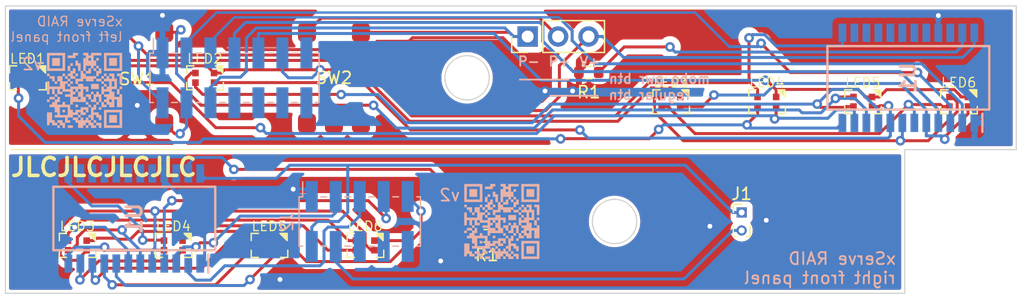
<source format=kicad_pcb>
(kicad_pcb (version 20221018) (generator pcbnew)
  (layers (0 "F.Cu" signal) (31 "B.Cu" signal) (34 "B.Paste" user) (35 "F.Paste" user) (36 "B.SilkS" user "B.Silkscreen") (37 "F.SilkS" user "F.Silkscreen") (38 "B.Mask" user) (39 "F.Mask" user) (44 "Edge.Cuts" user))
  (net 0 "")
  (net 1 "GND")
  (net 2 "/SCK_L")
  (net 3 "/SIN_L")
  (net 4 "/LAT_L")
  (net 5 "/EN_1")
  (net 6 "/EN_2")
  (net 7 "/L5_EN")
  (net 8 "+5V")
  (net 9 "/BTN_WARN")
  (net 10 "/BTN_VOLUME")
  (net 11 "/L1_EN")
  (net 12 "/L2_EN")
  (net 13 "/L3_EN")
  (net 14 "/L4_EN")
  (net 15 "/OUT_6")
  (net 16 "/OUT_7")
  (net 17 "/OUT_8")
  (net 18 "/OUT_3")
  (net 19 "/OUT_4")
  (net 20 "/OUT_5")
  (net 21 "/OUT_0")
  (net 22 "/OUT_1")
  (net 23 "/OUT_2")
  (net 24 "Net-(U1-REXT)")
  (net 25 "/OUT_9")
  (net 26 "/OUT_10")
  (net 27 "/OUT_11")
  (net 28 "/OUT_12")
  (net 29 "/OUT_13")
  (net 30 "/OUT_14")
  (net 31 "/OUT_15")
  (net 33 "/P+")
  (net 36 "/SENS_LOCK")
  (net 37 "/SCK_R")
  (net 38 "/SIN_R")
  (net 39 "/LAT_LS")
  (net 40 "/LAT_R")
  (net 41 "/SIN_LS")
  (net 42 "/R_EN")
  (net 43 "/SCK_LS")
  (footprint "footprints:LED RGB XINGLIGHT XL-2012RGBC 0805" (layer "F.Cu") (at 84.1 53.55)
    (fp_text reference "LED1")
    (fp_text value "lock")
  )
  (footprint "button:button" (layer "F.Cu") (at 111.9 50.55 -90)
    (fp_text reference "SW2")
    (fp_text value "volume button")
  )
  (footprint "Connector_PinHeader_2.54mm:PinHeader_1x03_P2.54mm_Vertical" (layer "F.Cu") (at 125.8 50.1 90)
    (fp_text reference "J1" hide)
    (fp_text value "VOL_BUTTON_MODE_SELECT" hide)
  )
  (footprint "footprints:LED RGB XINGLIGHT XL-2012RGBC 0805" (layer "F.Cu") (at 88.25 67.55)
    (fp_text reference "LED3")
    (fp_text value "lightning sign")
  )
  (footprint "footprints:LED RGB XINGLIGHT XL-2012RGBC 0805" (layer "F.Cu") (at 112.25 67.55)
    (fp_text reference "LED6")
    (fp_text value "chip sign")
  )
  (footprint "footprints:LED RGB XINGLIGHT XL-2012RGBC 0805" (layer "F.Cu") (at 145.75 55.55)
    (fp_text reference "LED4")
    (fp_text value "fan sign")
  )
  (footprint "Resistor_SMD:R_0603_1608Metric" (layer "F.Cu") (at 122.4 66.75)
    (fp_text reference "R1")
    (fp_text value "820" hide)
  )
  (footprint "button:button" (layer "F.Cu") (at 95.5 50.55 -90)
    (fp_text reference "SW1")
    (fp_text value "warn button")
  )
  (footprint "footprints:LED RGB XINGLIGHT XL-2012RGBC 0805" (layer "F.Cu") (at 137.75 55.55)
    (fp_text reference "LED3")
    (fp_text value "lightning sign")
  )
  (footprint "footprints:LED RGB XINGLIGHT XL-2012RGBC 0805" (layer "F.Cu") (at 161.75 55.55)
    (fp_text reference "LED6")
    (fp_text value "chip sign")
  )
  (footprint "Resistor_SMD:R_0603_1608Metric" (layer "F.Cu") (at 130.9 53.1)
    (fp_text reference "R1")
    (fp_text value "820" hide)
  )
  (footprint "footprints:LED RGB XINGLIGHT XL-2012RGBC 0805" (layer "F.Cu") (at 98.875 53.55)
    (fp_text reference "LED2")
    (fp_text value "warn button")
  )
  (footprint "footprints:LED RGB XINGLIGHT XL-2012RGBC 0805" (layer "F.Cu") (at 153.75 55.55)
    (fp_text reference "LED5")
    (fp_text value "temp sign")
  )
  (footprint "connector_1.50mm:PinHeader_1x02_P1.50mm_Vertical" (layer "F.Cu") (at 143.65 64.8)
    (fp_text reference "J1")
    (fp_text value "SENS_LOCK")
  )
  (footprint "footprints:LED RGB XINGLIGHT XL-2012RGBC 0805" (layer "F.Cu") (at 104.25 67.55)
    (fp_text reference "LED5")
    (fp_text value "temp sign")
  )
  (footprint "footprints:LED RGB XINGLIGHT XL-2012RGBC 0805" (layer "F.Cu") (at 96.25 67.55)
    (fp_text reference "LED4")
    (fp_text value "fan sign")
  )
  (footprint "TB62747AFG:SOP100P800X190-24N" (layer "B.Cu") (at 93 65.3 90)
    (fp_text reference "U1")
    (fp_text value "TB62747AFG,C8,EL" hide)
  )
  (footprint "Connector_PinHeader_2.00mm:PinHeader_2x07_P2.00mm_Vertical_SMD" (layer "B.Cu") (at 101.35 53.55 -90)
    (fp_text reference "J2" hide)
    (fp_text value "Conn_02x07_Top_Bottom" hide)
  )
  (footprint "qr:qr" (layer "B.Cu") (at 88.85 54.6 180)
    (fp_text reference "v2")
    (fp_text value "LOGO" hide)
  )
  (footprint "qr:qr" (layer "B.Cu") (at 123.65 65.55 180)
    (fp_text reference "v2")
    (fp_text value "LOGO" hide)
  )
  (footprint "Connector_PinHeader_2.00mm:PinHeader_2x05_P2.00mm_Vertical_SMD" (layer "B.Cu") (at 111.8 65.55 -90)
    (fp_text reference "J2")
    (fp_text value "Conn_02x05_Top_Bottom" hide)
  )
  (footprint "TB62747AFG:SOP100P800X190-24N" (layer "B.Cu") (at 157.55 53.55 90)
    (fp_text reference "U1")
    (fp_text value "TB62747AFG,C8,EL" hide)
  )
  (gr_line (start 125.15 53.7) (end 129.2 53.7) (stroke (width 0.15)) (layer "B.SilkS"))
  (gr_line (start 127.7 55.05) (end 131.65 55.05) (stroke (width 0.15)) (layer "B.SilkS"))
  (gr_line (start 82.75 59.55) (end 156.75 59.55) (stroke (width 0.1)) (layer "F.SilkS"))
  (gr_line (start 82.25 47.55) (end 166.55 47.55) (stroke (width 0.1)) (layer "Edge.Cuts"))
  (gr_line (start 82.25 47.55) (end 82.25 59.55) (stroke (width 0.1)) (layer "Edge.Cuts"))
  (gr_line (start 82.25 71.55) (end 157.25 71.55) (stroke (width 0.1)) (layer "Edge.Cuts"))
  (gr_line (start 82.25 59.55) (end 82.25 71.55) (stroke (width 0.1)) (layer "Edge.Cuts"))
  (gr_circle (center 120.75 53.55) (end 122.6 53.55) (stroke (width 0.1)) (fill none) (layer "Edge.Cuts"))
  (gr_line (start 166.55 59.55) (end 166.55 47.55) (stroke (width 0.1)) (layer "Edge.Cuts"))
  (gr_line (start 157.25 71.55) (end 157.25 59.55) (stroke (width 0.1)) (layer "Edge.Cuts"))
  (gr_circle (center 133.05 65.55) (end 134.9 65.55) (stroke (width 0.1)) (fill none) (layer "Edge.Cuts"))
  (gr_line (start 157.25 59.55) (end 166.55 59.55) (stroke (width 0.1)) (layer "Edge.Cuts"))
  (gr_text "xServe RAID\nright front panel" (at 156.6 70.85) (layer "B.SilkS") (effects (font (size 1 1)) (justify left bottom mirror)))
  (gr_text "mobo pwr btn" (at 141.1 54.1) (layer "B.SilkS") (effects (font (size 0.8 0.8) (thickness 0.15) bold) (justify left bottom mirror)))
  (gr_text "xServe RAID\nleft front panel" (at 92.1 50.6) (layer "B.SilkS") (effects (font (size 0.8 0.8) (thickness 0.1)) (justify left bottom mirror)))
  (gr_text "P-" (at 124.9 52.65) (layer "B.SilkS") (effects (font (size 0.8 0.8) (thickness 0.15) bold) (justify left bottom)))
  (gr_text "P+" (at 127.45 52.65) (layer "B.SilkS") (effects (font (size 0.8 0.8) (thickness 0.15) bold) (justify left bottom)))
  (gr_text "V+" (at 130.05 52.7) (layer "B.SilkS") (effects (font (size 0.8 0.8) (thickness 0.15) bold) (justify left bottom)))
  (gr_text "regular btn" (at 139.45 55.45) (layer "B.SilkS") (effects (font (size 0.8 0.8) (thickness 0.15) bold) (justify left bottom mirror)))
  (gr_text "JLCJLCJLCJLC" (at 82.55 61.9) (layer "F.SilkS") (effects (font (size 1.5 1.5) (thickness 0.3) bold) (justify left bottom)))
  (segment (start 130.075 53.1) (end 134.825 48.35) (width 0.25) (layer "F.Cu") (net 1))
  (segment (start 130.075 53.1) (end 129.9 53.1) (width 0.25) (layer "F.Cu") (net 1))
  (segment (start 106.25 62.85) (end 117.675 62.85) (width 0.25) (layer "F.Cu") (net 1))
  (segment (start 93.25 57.35) (end 93.25 55.85) (width 0.25) (layer "F.Cu") (net 1))
  (segment (start 130.075 53.1) (end 130.075 54.125) (width 0.25) (layer "F.Cu") (net 1))
  (segment (start 134.825 48.35) (end 160.05 48.35) (width 0.25) (layer "F.Cu") (net 1))
  (segment (start 116.2 50.2) (end 123.74038 50.2) (width 0.25) (layer "F.Cu") (net 1))
  (segment (start 115.2046 51.1954) (end 116.2 50.2) (width 0.25) (layer "F.Cu") (net 1))
  (segment (start 95.35 48.3329) (end 97.8329 48.3329) (width 0.25) (layer "F.Cu") (net 1))
  (segment (start 117.675 62.85) (end 121.575 66.75) (width 0.25) (layer "F.Cu") (net 1))
  (segment (start 100.6954 51.1954) (end 115.2046 51.1954) (width 0.25) (layer "F.Cu") (net 1))
  (segment (start 130.075 54.125) (end 129.55 54.65) (width 0.25) (layer "F.Cu") (net 1))
  (segment (start 97.8329 48.3329) (end 100.6954 51.1954) (width 0.25) (layer "F.Cu") (net 1))
  (segment (start 123.74038 50.2) (end 127.25 53.70962) (width 0.25) (layer "F.Cu") (net 1))
  (segment (start 127.25 53.70962) (end 127.25 54.65) (width 0.25) (layer "F.Cu") (net 1))
  (via (at 129.55 54.65) (size 0.8) (drill 0.4) (layers "F.Cu" "B.Cu") (net 1))
  (via (at 93.25 55.85) (size 0.8) (drill 0.4) (layers "F.Cu" "B.Cu") (net 1))
  (via (at 106.25 62.85) (size 0.8) (drill 0.4) (layers "F.Cu" "B.Cu") (net 1))
  (via (at 118.55 68.85) (size 0.8) (drill 0.4) (layers "F.Cu" "B.Cu") (net 1))
  (via (at 141 65.95) (size 0.8) (drill 0.4) (layers "F.Cu" "B.Cu") (net 1))
  (via (at 127.25 54.65) (size 0.8) (drill 0.4) (layers "F.Cu" "B.Cu") (net 1))
  (via (at 95.35 48.3329) (size 0.8) (drill 0.4) (layers "F.Cu" "B.Cu") (net 1))
  (via (at 105.15 70.4) (size 0.8) (drill 0.4) (layers "F.Cu" "B.Cu") (net 1))
  (via (at 145.7 65.45) (size 0.8) (drill 0.4) (layers "F.Cu" "B.Cu") (net 1))
  (via (at 160.05 48.35) (size 0.8) (drill 0.4) (layers "F.Cu" "B.Cu") (net 1))
  (segment (start 98.8674 63.1603) (end 96.57518 63.1603) (width 0.25) (layer "B.Cu") (net 1))
  (segment (start 98.8674 63.1603) (end 98.8674 68.6946) (width 0.25) (layer "B.Cu") (net 1))
  (segment (start 164.2 48.85) (end 163.7 48.35) (width 0.25) (layer "B.Cu") (net 1))
  (segment (start 101.325 62.825) (end 102.7 62.825) (width 0.25) (layer "B.Cu") (net 1))
  (segment (start 93.25 55.85) (end 92.45 55.05) (width 0.25) (layer "B.Cu") (net 1))
  (segment (start 98.8674 63.1603) (end 99.2027 62.825) (width 0.25) (layer "B.Cu") (net 1))
  (segment (start 106.275 62.825) (end 107.16 62.825) (width 0.25) (layer "B.Cu") (net 1))
  (segment (start 102.7 62.825) (end 106.225 62.825) (width 0.25) (layer "B.Cu") (net 1))
  (segment (start 101.275 62.825) (end 101.3 62.85) (width 0.25) (layer "B.Cu") (net 1))
  (segment (start 164.2 56.162) (end 164.2 48.85) (width 0.25) (layer "B.Cu") (net 1))
  (segment (start 95.35 51.465) (end 95.35 48.3329) (width 0.25) (layer "B.Cu") (net 1))
  (segment (start 160.05 49.788) (end 160.05 48.35) (width 0.25) (layer "B.Cu") (net 1))
  (segment (start 101.3 62.85) (end 101.325 62.825) (width 0.25) (layer "B.Cu") (net 1))
  (segment (start 127.25 54.65) (end 129.55 54.65) (width 0.25) (layer "B.Cu") (net 1))
  (segment (start 106.225 62.825) (end 106.25 62.85) (width 0.25) (layer "B.Cu") (net 1))
  (segment (start 107.16 62.825) (end 107.8 63.465) (width 0.25) (layer "B.Cu") (net 1))
  (segment (start 92.45 50.25) (end 94.3671 48.3329) (width 0.25) (layer "B.Cu") (net 1))
  (segment (start 163.7 48.35) (end 160.05 48.35) (width 0.25) (layer "B.Cu") (net 1))
  (segment (start 98.8674 68.6946) (end 98.5 69.062) (width 0.25) (layer "B.Cu") (net 1))
  (segment (start 95.5 62.08512) (end 95.5 61.538) (width 0.25) (layer "B.Cu") (net 1))
  (segment (start 163.05 57.312) (end 164.2 56.162) (width 0.25) (layer "B.Cu") (net 1))
  (segment (start 92.45 55.05) (end 92.45 50.25) (width 0.25) (layer "B.Cu") (net 1))
  (segment (start 106.25 62.85) (end 106.275 62.825) (width 0.25) (layer "B.Cu") (net 1))
  (segment (start 94.3671 48.3329) (end 95.35 48.3329) (width 0.25) (layer "B.Cu") (net 1))
  (segment (start 96.57518 63.1603) (end 95.5 62.08512) (width 0.25) (layer "B.Cu") (net 1))
  (segment (start 99.2027 62.825) (end 101.275 62.825) (width 0.25) (layer "B.Cu") (net 1))
  (segment (start 145.2668 50.6704) (end 147.7028 53.1064) (width 0.25) (layer "F.Cu") (net 2))
  (segment (start 147.7028 53.1064) (end 158.3077 53.1064) (width 0.25) (layer "F.Cu") (net 2))
  (via (at 145.2668 50.6704) (size 0.8) (drill 0.4) (layers "F.Cu" "B.Cu") (net 2))
  (via (at 158.3077 53.1064) (size 0.8) (drill 0.4) (layers "F.Cu" "B.Cu") (net 2))
  (segment (start 144.9917 50.9455) (end 142.6113 50.9455) (width 0.25) (layer "B.Cu") (net 2))
  (segment (start 161.05 57.312) (end 161.05 55.8487) (width 0.25) (layer "B.Cu") (net 2))
  (segment (start 145.2668 50.6704) (end 144.9917 50.9455) (width 0.25) (layer "B.Cu") (net 2))
  (segment (start 99.8519 48.0981) (end 139.7639 48.0981) (width 0.2) (layer "B.Cu") (net 2))
  (segment (start 97.35 51.465) (end 97.35 50.6) (width 0.2) (layer "B.Cu") (net 2))
  (segment (start 97.35 50.6) (end 99.8519 48.0981) (width 0.2) (layer "B.Cu") (net 2))
  (segment (start 161.05 55.8487) (end 158.3077 53.1064) (width 0.25) (layer "B.Cu") (net 2))
  (segment (start 97.35 51.1965) (end 97.35 51.465) (width 0.25) (layer "B.Cu") (net 2))
  (segment (start 139.7639 48.0981) (end 142.6113 50.9455) (width 0.2) (layer "B.Cu") (net 2))
  (segment (start 131.4565 52.3793) (end 129.5169 50.4397) (width 0.25) (layer "B.Cu") (net 3))
  (segment (start 101.3519 48.4981) (end 128.4025 48.4981) (width 0.2) (layer "B.Cu") (net 3))
  (segment (start 162.05 55.7632) (end 158.6661 52.3793) (width 0.25) (layer "B.Cu") (net 3))
  (segment (start 129.5169 49.6125) (end 128.5772 48.6728) (width 0.25) (layer "B.Cu") (net 3))
  (segment (start 162.05 56.2226) (end 162.05 55.7632) (width 0.25) (layer "B.Cu") (net 3))
  (segment (start 99.35 51.465) (end 99.35 50.5) (width 0.2) (layer "B.Cu") (net 3))
  (segment (start 162.05 57.312) (end 162.05 56.2226) (width 0.25) (layer "B.Cu") (net 3))
  (segment (start 158.6661 52.3793) (end 131.4565 52.3793) (width 0.25) (layer "B.Cu") (net 3))
  (segment (start 99.35 50.5) (end 101.3519 48.4981) (width 0.2) (layer "B.Cu") (net 3))
  (segment (start 129.5169 50.4397) (end 129.5169 49.6125) (width 0.25) (layer "B.Cu") (net 3))
  (segment (start 128.4025 48.4981) (end 128.5772 48.6728) (width 0.2) (layer "B.Cu") (net 3))
  (segment (start 160.05 57.312) (end 160.05 56.2226) (width 0.25) (layer "B.Cu") (net 4))
  (segment (start 129.6028 53.0318) (end 127.07 50.499) (width 0.25) (layer "B.Cu") (net 4))
  (segment (start 102.275 48.9231) (end 101.35 49.8481) (width 0.25) (layer "B.Cu") (net 4))
  (segment (start 160.05 56.2226) (end 156.8592 53.0318) (width 0.25) (layer "B.Cu") (net 4))
  (segment (start 127.07 50.499) (end 127.07 49.1635) (width 0.25) (layer "B.Cu") (net 4))
  (segment (start 126.8296 48.9231) (end 102.275 48.9231) (width 0.25) (layer "B.Cu") (net 4))
  (segment (start 156.8592 53.0318) (end 129.6028 53.0318) (width 0.25) (layer "B.Cu") (net 4))
  (segment (start 101.35 51.465) (end 101.35 49.8481) (width 0.25) (layer "B.Cu") (net 4))
  (segment (start 127.07 49.1635) (end 126.8296 48.9231) (width 0.25) (layer "B.Cu") (net 4))
  (segment (start 146.553 54.5201) (end 146.525 54.5481) (width 0.25) (layer "F.Cu") (net 5))
  (segment (start 162.525 55.15) (end 161.9231 55.15) (width 0.25) (layer "F.Cu") (net 5))
  (segment (start 146.525 54.5481) (end 145.7356 53.7587) (width 0.25) (layer "F.Cu") (net 5))
  (segment (start 154.525 55.15) (end 153.9231 55.15) (width 0.25) (layer "F.Cu") (net 5))
  (segment (start 146.525 55.15) (end 146.525 54.5481) (width 0.25) (layer "F.Cu") (net 5))
  (segment (start 161.9231 55.0748) (end 161.3859 54.5376) (width 0.25) (layer "F.Cu") (net 5))
  (segment (start 153.9231 55.15) (end 153.9231 55.0748) (width 0.25) (layer "F.Cu") (net 5))
  (segment (start 145.7356 53.7587) (end 145.6282 53.7587) (width 0.25) (layer "F.Cu") (net 5))
  (segment (start 161.3859 54.5376) (end 155.7393 54.5376) (width 0.25) (layer "F.Cu") (net 5))
  (segment (start 154.525 55.15) (end 155.1269 55.15) (width 0.25) (layer "F.Cu") (net 5))
  (segment (start 161.9231 55.15) (end 161.9231 55.0748) (width 0.25) (layer "F.Cu") (net 5))
  (segment (start 155.7393 54.5376) (end 155.1269 55.15) (width 0.25) (layer "F.Cu") (net 5))
  (segment (start 153.3684 54.5201) (end 146.553 54.5201) (width 0.25) (layer "F.Cu") (net 5))
  (segment (start 153.9231 55.0748) (end 153.3684 54.5201) (width 0.25) (layer "F.Cu") (net 5))
  (via (at 145.6282 53.7587) (size 0.8) (drill 0.4) (layers "F.Cu" "B.Cu") (net 5))
  (segment (start 126.9087 53.7587) (end 128.2 53.7587) (width 0.25) (layer "B.Cu") (net 5))
  (segment (start 103.35 49.8481) (end 122.9981 49.8481) (width 0.25) (layer "B.Cu") (net 5))
  (segment (start 103.35 51.465) (end 103.35 49.8481) (width 0.25) (layer "B.Cu") (net 5))
  (segment (start 128.2 53.7587) (end 145.6282 53.7587) (width 0.25) (layer "B.Cu") (net 5))
  (segment (start 122.9981 49.8481) (end 126.9087 53.7587) (width 0.25) (layer "B.Cu") (net 5))
  (segment (start 115.942301 57.1806) (end 111.640201 52.8785) (width 0.25) (layer "F.Cu") (net 6))
  (segment (start 138.525 55.15) (end 137.778 54.403) (width 0.25) (layer "F.Cu") (net 6))
  (segment (start 86.0815 52.5454) (end 85.4769 53.15) (width 0.25) (layer "F.Cu") (net 6))
  (segment (start 85.4769 53.15) (end 84.875 53.15) (width 0.25) (layer "F.Cu") (net 6))
  (segment (start 99.65 53.15) (end 99.0454 52.5454) (width 0.25) (layer "F.Cu") (net 6))
  (segment (start 136.097 54.403) (end 133.3194 57.1806) (width 0.25) (layer "F.Cu") (net 6))
  (segment (start 99.65 53.15) (end 100.2519 53.15) (width 0.25) (layer "F.Cu") (net 6))
  (segment (start 100.5234 52.8785) (end 108.4943 52.8785) (width 0.25) (layer "F.Cu") (net 6))
  (segment (start 100.2519 53.15) (end 100.5234 52.8785) (width 0.25) (layer "F.Cu") (net 6))
  (segment (start 99.0454 52.5454) (end 86.0815 52.5454) (width 0.25) (layer "F.Cu") (net 6))
  (segment (start 133.3194 57.1806) (end 115.942301 57.1806) (width 0.25) (layer "F.Cu") (net 6))
  (segment (start 137.778 54.403) (end 136.097 54.403) (width 0.25) (layer "F.Cu") (net 6))
  (segment (start 111.640201 52.8785) (end 108.4943 52.8785) (width 0.25) (layer "F.Cu") (net 6))
  (via (at 108.4943 52.8785) (size 0.8) (drill 0.4) (layers "F.Cu" "B.Cu") (net 6))
  (segment (start 105.35 53.05) (end 105.85 53.55) (width 0.25) (layer "B.Cu") (net 6))
  (segment (start 105.35 51.465) (end 105.35 53.05) (width 0.25) (layer "B.Cu") (net 6))
  (segment (start 105.85 53.55) (end 107.8228 53.55) (width 0.25) (layer "B.Cu") (net 6))
  (segment (start 107.8228 53.55) (end 108.4943 52.8785) (width 0.25) (layer "B.Cu") (net 6))
  (segment (start 94.0954 51.6454) (end 93.35 50.9) (width 0.25) (layer "F.Cu") (net 8))
  (segment (start 128.45 55.1306) (end 127.3 56.2806) (width 0.25) (layer "F.Cu") (net 8))
  (segment (start 116.315093 56.2806) (end 111.679893 51.6454) (width 0.25) (layer "F.Cu") (net 8))
  (segment (start 111.679893 51.6454) (end 94.0954 51.6454) (width 0.25) (layer "F.Cu") (net 8))
  (segment (start 91 49.75) (end 92.2 49.75) (width 0.25) (layer "F.Cu") (net 8))
  (segment (start 127.3 56.2806) (end 116.315093 56.2806) (width 0.25) (layer "F.Cu") (net 8))
  (segment (start 130.88 50.1) (end 128.45 52.53) (width 0.25) (layer "F.Cu") (net 8))
  (segment (start 128.45 52.53) (end 128.45 55.1306) (width 0.25) (layer "F.Cu") (net 8))
  (segment (start 92.2 49.75) (end 93.35 50.9) (width 0.25) (layer "F.Cu") (net 8))
  (via (at 93.35 50.9) (size 0.8) (drill 0.4) (layers "F.Cu" "B.Cu") (net 8))
  (segment (start 138.9481 60.85) (end 142.8981 64.8) (width 0.25) (layer "B.Cu") (net 8))
  (segment (start 110.8 60.85) (end 138.9481 60.85) (width 0.25) (layer "B.Cu") (net 8))
  (segment (start 98.5 61.538) (end 98.912 61.95) (width 0.25) (layer "B.Cu") (net 8))
  (segment (start 162.0763 51.8511) (end 133.808 51.8511) (width 0.25) (layer "B.Cu") (net 8))
  (segment (start 133.808 51.8511) (end 132.0569 50.1) (width 0.25) (layer "B.Cu") (net 8))
  (segment (start 142.8981 64.8) (end 143.65 64.8) (width 0.25) (layer "B.Cu") (net 8))
  (segment (start 163.05 50.8774) (end 162.0763 51.8511) (width 0.25) (layer "B.Cu") (net 8))
  (segment (start 104.85 61.95) (end 105.95 60.85) (width 0.25) (layer "B.Cu") (net 8))
  (segment (start 130.88 50.1) (end 132.0569 50.1) (width 0.25) (layer "B.Cu") (net 8))
  (segment (start 163.05 49.788) (end 163.05 50.8774) (width 0.25) (layer "B.Cu") (net 8))
  (segment (start 98.912 61.95) (end 104.85 61.95) (width 0.25) (layer "B.Cu") (net 8))
  (segment (start 105.95 60.85) (end 110.8 60.85) (width 0.25) (layer "B.Cu") (net 8))
  (segment (start 95.35 55.635) (end 93.35 53.635) (width 0.25) (layer "B.Cu") (net 8))
  (segment (start 107.8 67.635) (end 107.8 66.0181) (width 0.25) (layer "B.Cu") (net 8))
  (segment (start 93.35 53.635) (end 93.35 50.9) (width 0.25) (layer "B.Cu") (net 8))
  (segment (start 107.8 66.0181) (end 108.2687 65.5494) (width 0.25) (layer "B.Cu") (net 8))
  (segment (start 110.8 64.7894) (end 110.8 60.85) (width 0.25) (layer "B.Cu") (net 8))
  (segment (start 108.2687 65.5494) (end 110.04 65.5494) (width 0.25) (layer "B.Cu") (net 8))
  (segment (start 110.04 65.5494) (end 110.8 64.7894) (width 0.25) (layer "B.Cu") (net 8))
  (segment (start 96.3761 58.2261) (end 96.8136 58.2261) (width 0.25) (layer "F.Cu") (net 9))
  (segment (start 96.6722 49.75) (end 96.8827 49.5395) (width 0.25) (layer "F.Cu") (net 9))
  (segment (start 95.5 57.35) (end 96.3761 58.2261) (width 0.25) (layer "F.Cu") (net 9))
  (segment (start 95.5 49.75) (end 96.6722 49.75) (width 0.25) (layer "F.Cu") (net 9))
  (via (at 96.8827 49.5395) (size 0.8) (drill 0.4) (layers "F.Cu" "B.Cu") (net 9))
  (via (at 96.8136 58.2261) (size 0.8) (drill 0.4) (layers "F.Cu" "B.Cu") (net 9))
  (segment (start 97.35 57.6897) (end 96.8136 58.2261) (width 0.25) (layer "B.Cu") (net 9))
  (segment (start 96.5231 49.8991) (end 96.5231 53.1912) (width 0.25) (layer "B.Cu") (net 9))
  (segment (start 97.35 55.635) (end 97.35 57.6897) (width 0.25) (layer "B.Cu") (net 9))
  (segment (start 96.5231 53.1912) (end 97.35 54.0181) (width 0.25) (layer "B.Cu") (net 9))
  (segment (start 96.8827 49.5395) (end 96.5231 49.8991) (width 0.25) (layer "B.Cu") (net 9))
  (segment (start 97.35 55.635) (end 97.35 54.0181) (width 0.25) (layer "B.Cu") (net 9))
  (segment (start 125.8 50.1) (end 124.6231 50.1) (width 0.25) (layer "F.Cu") (net 10))
  (segment (start 111.9 49.75) (end 124.2731 49.75) (width 0.25) (layer "F.Cu") (net 10))
  (segment (start 124.2731 49.75) (end 124.6231 50.1) (width 0.25) (layer "F.Cu") (net 10))
  (segment (start 124.6231 50.1) (end 123.908 49.3849) (width 0.25) (layer "B.Cu") (net 10))
  (segment (start 103.1704 49.3849) (end 102.3485 50.2068) (width 0.25) (layer "B.Cu") (net 10))
  (segment (start 125.8 50.1) (end 124.6231 50.1) (width 0.25) (layer "B.Cu") (net 10))
  (segment (start 102.3485 53.0015) (end 101.85 53.5) (width 0.25) (layer "B.Cu") (net 10))
  (segment (start 102.3485 50.2068) (end 102.3485 53.0015) (width 0.25) (layer "B.Cu") (net 10))
  (segment (start 101.85 53.5) (end 100.195 53.5) (width 0.25) (layer "B.Cu") (net 10))
  (segment (start 123.908 49.3849) (end 103.1704 49.3849) (width 0.25) (layer "B.Cu") (net 10))
  (segment (start 100.195 53.5) (end 99.35 54.345) (width 0.25) (layer "B.Cu") (net 10))
  (segment (start 99.35 54.345) (end 99.35 55.635) (width 0.25) (layer "B.Cu") (net 10))
  (segment (start 90.0435 68.85) (end 96.125 68.85) (width 0.25) (layer "F.Cu") (net 15))
  (segment (start 146.525 55.95) (end 146.525 56.8544) (width 0.25) (layer "F.Cu") (net 15))
  (segment (start 96.0338 53.95) (end 84.875 53.95) (width 0.25) (layer "F.Cu") (net 15))
  (segment (start 96.125 68.85) (end 97.025 67.95) (width 0.25) (layer "F.Cu") (net 15))
  (segment (start 146.525 56.8544) (end 146.3993 56.9801) (width 0.25) (layer "F.Cu") (net 15))
  (segment (start 103.523 57.7162) (end 99.8 57.7162) (width 0.25) (layer "F.Cu") (net 15))
  (segment (start 99.8 57.7162) (end 96.0338 53.95) (width 0.25) (layer "F.Cu") (net 15))
  (segment (start 88.4661 70.4274) (end 90.0435 68.85) (width 0.25) (layer "F.Cu") (net 15))
  (via (at 146.3993 56.9801) (size 0.8) (drill 0.4) (layers "F.Cu" "B.Cu") (net 15))
  (via (at 88.4661 70.4274) (size 0.8) (drill 0.4) (layers "F.Cu" "B.Cu") (net 15))
  (via (at 103.523 57.7162) (size 0.8) (drill 0.4) (layers "F.Cu" "B.Cu") (net 15))
  (segment (start 146.3993 56.9268) (end 146.1939 56.7214) (width 0.25) (layer "B.Cu") (net 15))
  (segment (start 151.5439 56.2226) (end 150.8397 56.9268) (width 0.25) (layer "B.Cu") (net 15))
  (segment (start 153.05 56.2226) (end 151.5439 56.2226) (width 0.25) (layer "B.Cu") (net 15))
  (segment (start 88.5 69.062) (end 88.5 70.1514) (width 0.25) (layer "B.Cu") (net 15))
  (segment (start 150.8397 56.9268) (end 146.3993 56.9268) (width 0.25) (layer "B.Cu") (net 15))
  (segment (start 88.4661 70.1853) (end 88.4661 70.4274) (width 0.25) (layer "B.Cu") (net 15))
  (segment (start 146.3993 56.9268) (end 146.3993 56.9801) (width 0.25) (layer "B.Cu") (net 15))
  (segment (start 153.05 57.312) (end 153.05 56.2226) (width 0.25) (layer "B.Cu") (net 15))
  (segment (start 146.1939 56.7214) (end 128.0286 56.7214) (width 0.25) (layer "B.Cu") (net 15))
  (segment (start 104.0068 58.2) (end 103.523 57.7162) (width 0.25) (layer "B.Cu") (net 15))
  (segment (start 128.0286 56.7214) (end 126.55 58.2) (width 0.25) (layer "B.Cu") (net 15))
  (segment (start 88.5 70.1514) (end 88.4661 70.1853) (width 0.25) (layer "B.Cu") (net 15))
  (segment (start 126.55 58.2) (end 104.0068 58.2) (width 0.25) (layer "B.Cu") (net 15))
  (segment (start 144.975 55.95) (end 144.975 56.5519) (width 0.25) (layer "F.Cu") (net 16))
  (segment (start 144.975 56.5519) (end 144.0953 57.4316) (width 0.25) (layer "F.Cu") (net 16))
  (segment (start 128.5675 58.6325) (end 135.9558 58.6325) (width 0.25) (layer "F.Cu") (net 16))
  (segment (start 128.55 58.65) (end 128.5675 58.6325) (width 0.25) (layer "F.Cu") (net 16))
  (segment (start 83.325 53.95) (end 83.325 55.225) (width 0.25) (layer "F.Cu") (net 16))
  (segment (start 128.5325 58.6325) (end 128.55 58.65) (width 0.25) (layer "F.Cu") (net 16))
  (segment (start 95.475 67.95) (end 94.8731 67.95) (width 0.25) (layer "F.Cu") (net 16))
  (segment (start 83.325 55.225) (end 83.35 55.25) (width 0.25) (layer "F.Cu") (net 16))
  (segment (start 94.8731 67.95) (end 90.7774 67.95) (width 0.25) (layer "F.Cu") (net 16))
  (segment (start 144.0953 57.4316) (end 144.0953 57.4797) (width 0.25) (layer "F.Cu") (net 16))
  (segment (start 90.7774 67.95) (end 90.524 67.6966) (width 0.25) (layer "F.Cu") (net 16))
  (segment (start 135.9558 58.6325) (end 136.7285 57.8598) (width 0.25) (layer "F.Cu") (net 16))
  (via (at 83.35 55.25) (size 0.8) (drill 0.4) (layers "F.Cu" "B.Cu") (net 16))
  (via (at 144.0953 57.4797) (size 0.8) (drill 0.4) (layers "F.Cu" "B.Cu") (net 16))
  (via (at 90.524 67.6966) (size 0.8) (drill 0.4) (layers "F.Cu" "B.Cu") (net 16))
  (via (at 128.55 58.65) (size 0.8) (drill 0.4) (layers "F.Cu" "B.Cu") (net 16))
  (via (at 136.7285 57.8598) (size 0.8) (drill 0.4) (layers "F.Cu" "B.Cu") (net 16))
  (segment (start 144.0953 57.4829) (end 144.0953 57.4797) (width 0.25) (layer "B.Cu") (net 16))
  (segment (start 98.75 58.65) (end 98.4489 58.9511) (width 0.25) (layer "B.Cu") (net 16))
  (segment (start 144.3601 57.7477) (end 151.6143 57.7477) (width 0.25) (layer "B.Cu") (net 16))
  (segment (start 137.1054 57.4829) (end 144.0953 57.4829) (width 0.25) (layer "B.Cu") (net 16))
  (segment (start 88.1029 67.6966) (end 87.5 68.2995) (width 0.25) (layer "B.Cu") (net 16))
  (segment (start 90.524 67.6966) (end 88.1029 67.6966) (width 0.25) (layer "B.Cu") (net 16))
  (segment (start 83.35 56.75) (end 83.35 55.25) (width 0.25) (layer "B.Cu") (net 16))
  (segment (start 128.55 58.65) (end 98.75 58.65) (width 0.25) (layer "B.Cu") (net 16))
  (segment (start 85.5511 58.9511) (end 83.35 56.75) (width 0.25) (layer "B.Cu") (net 16))
  (segment (start 136.7285 57.8598) (end 137.1054 57.4829) (width 0.25) (layer "B.Cu") (net 16))
  (segment (start 151.6143 57.7477) (end 152.05 57.312) (width 0.25) (layer "B.Cu") (net 16))
  (segment (start 87.5 68.2995) (end 87.5 69.062) (width 0.25) (layer "B.Cu") (net 16))
  (segment (start 144.0953 57.4829) (end 144.3601 57.7477) (width 0.25) (layer "B.Cu") (net 16))
  (segment (start 98.4489 58.9511) (end 85.5511 58.9511) (width 0.25) (layer "B.Cu") (net 16))
  (segment (start 111.493497 52.0954) (end 111.924048 52.525952) (width 0.25) (layer "F.Cu") (net 17))
  (segment (start 116.128697 56.7306) (end 133.133004 56.7306) (width 0.25) (layer "F.Cu") (net 17))
  (segment (start 133.133004 56.7306) (end 135.910604 53.953) (width 0.25) (layer "F.Cu") (net 17))
  (segment (start 84.3796 52.0954) (end 111.493497 52.0954) (width 0.25) (layer "F.Cu") (net 17))
  (segment (start 144.2648 53.8379) (end 144.2648 50.2185) (width 0.25) (layer "F.Cu") (net 17))
  (segment (start 135.910604 53.953) (end 144.1497 53.953) (width 0.25) (layer "F.Cu") (net 17))
  (segment (start 83.325 53.15) (end 84.3796 52.0954) (width 0.25) (layer "F.Cu") (net 17))
  (segment (start 111.924048 52.525952) (end 116.128697 56.7306) (width 0.25) (layer "F.Cu") (net 17))
  (segment (start 144.975 55.15) (end 144.975 54.5481) (width 0.25) (layer "F.Cu") (net 17))
  (segment (start 95.433 67.108) (end 95.475 67.15) (width 0.25) (layer "F.Cu") (net 17))
  (segment (start 144.975 54.5481) (end 144.2648 53.8379) (width 0.25) (layer "F.Cu") (net 17))
  (segment (start 144.1497 53.953) (end 144.2648 53.8379) (width 0.25) (layer "F.Cu") (net 17))
  (segment (start 93.6981 67.108) (end 95.433 67.108) (width 0.25) (layer "F.Cu") (net 17))
  (via (at 144.2648 50.2185) (size 0.8) (drill 0.4) (layers "F.Cu" "B.Cu") (net 17))
  (via (at 93.6981 67.108) (size 0.8) (drill 0.4) (layers "F.Cu" "B.Cu") (net 17))
  (segment (start 145.5679 49.9435) (end 144.5398 49.9435) (width 0.25) (layer "B.Cu") (net 17))
  (segment (start 89.4495 64.25) (end 87.5 62.3005) (width 0.25) (layer "B.Cu") (net 17))
  (segment (start 146.5018 50.8774) (end 145.5679 49.9435) (width 0.25) (layer "B.Cu") (net 17))
  (segment (start 91.65 64.25) (end 89.4495 64.25) (width 0.25) (layer "B.Cu") (net 17))
  (segment (start 93.6981 66.2981) (end 91.65 64.25) (width 0.25) (layer "B.Cu") (net 17))
  (segment (start 87.5 62.3005) (end 87.5 61.538) (width 0.25) (layer "B.Cu") (net 17))
  (segment (start 152.05 49.788) (end 152.05 50.8774) (width 0.25) (layer "B.Cu") (net 17))
  (segment (start 152.05 50.8774) (end 146.5018 50.8774) (width 0.25) (layer "B.Cu") (net 17))
  (segment (start 93.6981 67.108) (end 93.6981 66.2981) (width 0.25) (layer "B.Cu") (net 17))
  (segment (start 144.5398 49.9435) (end 144.2648 50.2185) (width 0.25) (layer "B.Cu") (net 17))
  (segment (start 116.030905 57.9056) (end 130.1561 57.9056) (width 0.25) (layer "F.Cu") (net 18))
  (segment (start 105.025 67.95) (end 105.025 68.025) (width 0.25) (layer "F.Cu") (net 18))
  (segment (start 154.525 55.95) (end 155.1269 55.95) (width 0.25) (layer "F.Cu") (net 18))
  (segment (start 105.025 68.025) (end 102.65 70.4) (width 0.25) (layer "F.Cu") (net 18))
  (segment (start 99.65 53.95) (end 112.075305 53.95) (width 0.25) (layer "F.Cu") (net 18))
  (segment (start 155.1955 55.8814) (end 155.8949 55.8814) (width 0.25) (layer "F.Cu") (net 18))
  (segment (start 112.075305 53.95) (end 116.030905 57.9056) (width 0.25) (layer "F.Cu") (net 18))
  (segment (start 155.1269 55.95) (end 155.1955 55.8814) (width 0.25) (layer "F.Cu") (net 18))
  (via (at 130.1561 57.9056) (size 0.8) (drill 0.4) (layers "F.Cu" "B.Cu") (net 18))
  (via (at 155.8949 55.8814) (size 0.8) (drill 0.4) (layers "F.Cu" "B.Cu") (net 18))
  (via (at 102.65 70.4) (size 0.8) (drill 0.4) (layers "F.Cu" "B.Cu") (net 18))
  (segment (start 130.8373 58.5868) (end 155.8646 58.5868) (width 0.25) (layer "B.Cu") (net 18))
  (segment (start 155.8949 56.0675) (end 155.8949 55.8814) (width 0.25) (layer "B.Cu") (net 18))
  (segment (start 156.05 56.7673) (end 156.05 56.2226) (width 0.25) (layer "B.Cu") (net 18))
  (segment (start 156.05 56.2226) (end 155.8949 56.0675) (width 0.25) (layer "B.Cu") (net 18))
  (segment (start 155.8646 58.5868) (end 156.05 58.4014) (width 0.25) (layer "B.Cu") (net 18))
  (segment (start 91.5 70.1514) (end 91.5 69.062) (width 0.25) (layer "B.Cu") (net 18))
  (segment (start 156.05 56.7673) (end 156.05 57.312) (width 0.25) (layer "B.Cu") (net 18))
  (segment (start 156.05 57.312) (end 156.05 58.4014) (width 0.25) (layer "B.Cu") (net 18))
  (segment (start 92.2486 70.9) (end 91.5 70.1514) (width 0.25) (layer "B.Cu") (net 18))
  (segment (start 130.1561 57.9056) (end 130.8373 58.5868) (width 0.25) (layer "B.Cu") (net 18))
  (segment (start 102.15 70.9) (end 92.2486 70.9) (width 0.25) (layer "B.Cu") (net 18))
  (segment (start 102.65 70.4) (end 102.15 70.9) (width 0.25) (layer "B.Cu") (net 18))
  (segment (start 110.25 54.95) (end 110.2374 54.9374) (width 0.25) (layer "F.Cu") (net 19))
  (segment (start 110.2374 54.9374) (end 98.711496 54.9374) (width 0.25) (layer "F.Cu") (net 19))
  (segment (start 98.711496 54.9374) (end 98.1 54.325904) (width 0.25) (layer "F.Cu") (net 19))
  (segment (start 152.3731 55.95) (end 152.3026 56.0205) (width 0.25) (layer "F.Cu") (net 19))
  (segment (start 103.475 67.95) (end 102.8731 67.95) (width 0.25) (layer "F.Cu") (net 19))
  (segment (start 102.8731 67.95) (end 102.6818 67.95) (width 0.25) (layer "F.Cu") (net 19))
  (segment (start 99.7904 70.8414) (end 91.1536 70.8414) (width 0.25) (layer "F.Cu") (net 19))
  (segment (start 98.1 54.325904) (end 98.1 53.95) (width 0.25) (layer "F.Cu") (net 19))
  (segment (start 152.3026 56.0205) (end 150.2206 56.0205) (width 0.25) (layer "F.Cu") (net 19))
  (segment (start 102.6818 67.95) (end 99.7904 70.8414) (width 0.25) (layer "F.Cu") (net 19))
  (segment (start 152.975 55.95) (end 152.3731 55.95) (width 0.25) (layer "F.Cu") (net 19))
  (segment (start 150.2206 56.0205) (end 149.9465 55.7464) (width 0.25) (layer "F.Cu") (net 19))
  (via (at 149.9465 55.7464) (size 0.8) (drill 0.4) (layers "F.Cu" "B.Cu") (net 19))
  (via (at 91.1536 70.8414) (size 0.8) (drill 0.4) (layers "F.Cu" "B.Cu") (net 19))
  (via (at 110.25 54.95) (size 0.8) (drill 0.4) (layers "F.Cu" "B.Cu") (net 19))
  (segment (start 90.5 69.062) (end 90.5 70.1514) (width 0.25) (layer "B.Cu") (net 19))
  (segment (start 149.9465 55.7464) (end 127.730808 55.7464) (width 0.25) (layer "B.Cu") (net 19))
  (segment (start 153.349 54.5216) (end 151.1713 54.5216) (width 0.25) (layer "B.Cu") (net 19))
  (segment (start 90.5 70.1514) (end 91.1535 70.8049) (width 0.25) (layer "B.Cu") (net 19))
  (segment (start 127.730808 55.7464) (end 126.177208 57.3) (width 0.25) (layer "B.Cu") (net 19))
  (segment (start 91.1535 70.8414) (end 91.1536 70.8414) (width 0.25) (layer "B.Cu") (net 19))
  (segment (start 155.05 57.312) (end 155.05 56.2226) (width 0.25) (layer "B.Cu") (net 19))
  (segment (start 113.3 54.95) (end 110.25 54.95) (width 0.25) (layer "B.Cu") (net 19))
  (segment (start 151.1713 54.5216) (end 149.9465 55.7464) (width 0.25) (layer "B.Cu") (net 19))
  (segment (start 126.177208 57.3) (end 115.65 57.3) (width 0.25) (layer "B.Cu") (net 19))
  (segment (start 115.65 57.3) (end 113.3 54.95) (width 0.25) (layer "B.Cu") (net 19))
  (segment (start 155.05 56.2226) (end 153.349 54.5216) (width 0.25) (layer "B.Cu") (net 19))
  (segment (start 91.1535 70.8049) (end 91.1535 70.8414) (width 0.25) (layer "B.Cu") (net 19))
  (segment (start 97.320196 53.579804) (end 97.75 53.15) (width 0.25) (layer "F.Cu") (net 20))
  (segment (start 98.558296 55.8381) (end 97.320196 54.6) (width 0.25) (layer "F.Cu") (net 20))
  (segment (start 97.75 53.15) (end 98.1 53.15) (width 0.25) (layer "F.Cu") (net 20))
  (segment (start 152.975 55.15) (end 151.5936 55.15) (width 0.25) (layer "F.Cu") (net 20))
  (segment (start 90.7453 69.4582) (end 98.6259 69.4582) (width 0.25) (layer "F.Cu") (net 20))
  (segment (start 98.6259 69.4582) (end 100.9341 67.15) (width 0.25) (layer "F.Cu") (net 20))
  (segment (start 112.95 55.85) (end 112.9381 55.8381) (width 0.25) (layer "F.Cu") (net 20))
  (segment (start 151.5936 55.15) (end 151.4726 55.271) (width 0.25) (layer "F.Cu") (net 20))
  (segment (start 89.7553 70.4482) (end 90.7453 69.4582) (width 0.25) (layer "F.Cu") (net 20))
  (segment (start 100.9341 67.15) (end 103.475 67.15) (width 0.25) (layer "F.Cu") (net 20))
  (segment (start 112.9381 55.8381) (end 98.558296 55.8381) (width 0.25) (layer "F.Cu") (net 20))
  (segment (start 97.320196 54.6) (end 97.320196 53.579804) (width 0.25) (layer "F.Cu") (net 20))
  (via (at 89.7553 70.4482) (size 0.8) (drill 0.4) (layers "F.Cu" "B.Cu") (net 20))
  (via (at 112.95 55.85) (size 0.8) (drill 0.4) (layers "F.Cu" "B.Cu") (net 20))
  (via (at 151.4726 55.271) (size 0.8) (drill 0.4) (layers "F.Cu" "B.Cu") (net 20))
  (segment (start 150.2702 56.4734) (end 148.6876 56.4734) (width 0.25) (layer "B.Cu") (net 20))
  (segment (start 127.878404 56.2352) (end 126.363604 57.75) (width 0.25) (layer "B.Cu") (net 20))
  (segment (start 114.85 57.75) (end 112.95 55.85) (width 0.25) (layer "B.Cu") (net 20))
  (segment (start 151.4726 55.271) (end 153.0984 55.271) (width 0.25) (layer "B.Cu") (net 20))
  (segment (start 153.0984 55.271) (end 154.05 56.2226) (width 0.25) (layer "B.Cu") (net 20))
  (segment (start 89.5 69.062) (end 89.5 70.1514) (width 0.25) (layer "B.Cu") (net 20))
  (segment (start 148.4494 56.2352) (end 127.878404 56.2352) (width 0.25) (layer "B.Cu") (net 20))
  (segment (start 89.7553 70.4067) (end 89.7553 70.4482) (width 0.25) (layer "B.Cu") (net 20))
  (segment (start 154.05 57.312) (end 154.05 56.2226) (width 0.25) (layer "B.Cu") (net 20))
  (segment (start 126.363604 57.75) (end 114.85 57.75) (width 0.25) (layer "B.Cu") (net 20))
  (segment (start 151.4726 55.271) (end 150.2702 56.4734) (width 0.25) (layer "B.Cu") (net 20))
  (segment (start 148.6876 56.4734) (end 148.4494 56.2352) (width 0.25) (layer "B.Cu") (net 20))
  (segment (start 89.5 70.1514) (end 89.7553 70.4067) (width 0.25) (layer "B.Cu") (net 20))
  (segment (start 162.525 55.95) (end 162.525 56.5519) (width 0.25) (layer "F.Cu") (net 21))
  (segment (start 94.7185 64.6832) (end 110.36782 64.6832) (width 0.25) (layer "F.Cu") (net 21))
  (segment (start 89.025 67.975) (end 88.2 68.8) (width 0.25) (layer "F.Cu") (net 21))
  (segment (start 160.5888 58.4881) (end 162.525 56.5519) (width 0.25) (layer "F.Cu") (net 21))
  (segment (start 112.75 67.95) (end 113.025 67.95) (width 0.25) (layer "F.Cu") (net 21))
  (segment (start 87.2635 68.8) (end 86.827 68.3635) (width 0.25) (layer "F.Cu") (net 21))
  (segment (start 110.36782 64.6832) (end 112.25 66.56538) (width 0.25) (layer "F.Cu") (net 21))
  (segment (start 86.827 66.1422) (end 86.827 68.3635) (width 0.25) (layer "F.Cu") (net 21))
  (segment (start 138.525 55.95) (end 140.3783 55.95) (width 0.25) (layer "F.Cu") (net 21))
  (segment (start 94.7185 64.6832) (end 88.286 64.6832) (width 0.25) (layer "F.Cu") (net 21))
  (segment (start 88.2 68.8) (end 87.2635 68.8) (width 0.25) (layer "F.Cu") (net 21))
  (segment (start 89.025 67.95) (end 89.025 67.975) (width 0.25) (layer "F.Cu") (net 21))
  (segment (start 112.25 66.56538) (end 112.25 67.45) (width 0.25) (layer "F.Cu") (net 21))
  (segment (start 140.3783 55.95) (end 141.3399 54.9884) (width 0.25) (layer "F.Cu") (net 21))
  (segment (start 160.5888 58.6769) (end 160.5888 58.4881) (width 0.25) (layer "F.Cu") (net 21))
  (segment (start 112.25 67.45) (end 112.75 67.95) (width 0.25) (layer "F.Cu") (net 21))
  (segment (start 88.286 64.6832) (end 86.827 66.1422) (width 0.25) (layer "F.Cu") (net 21))
  (via (at 94.7185 64.6832) (size 0.8) (drill 0.4) (layers "F.Cu" "B.Cu") (net 21))
  (via (at 141.3399 54.9884) (size 0.8) (drill 0.4) (layers "F.Cu" "B.Cu") (net 21))
  (via (at 160.5888 58.6769) (size 0.8) (drill 0.4) (layers "F.Cu" "B.Cu") (net 21))
  (segment (start 145.5216 54.9884) (end 141.3399 54.9884) (width 0.25) (layer "B.Cu") (net 21))
  (segment (start 159.05 57.8567) (end 159.05 57.312) (width 0.25) (layer "B.Cu") (net 21))
  (segment (start 159.05 58.4014) (end 160.3133 58.4014) (width 0.25) (layer "B.Cu") (net 21))
  (segment (start 156.8657 54.0276) (end 146.4824 54.0276) (width 0.25) (layer "B.Cu") (net 21))
  (segment (start 146.4824 54.0276) (end 145.5216 54.9884) (width 0.25) (layer "B.Cu") (net 21))
  (segment (start 94.7185 67.7541) (end 94.7185 64.6832) (width 0.25) (layer "B.Cu") (net 21))
  (segment (start 94.5 67.9726) (end 94.7185 67.7541) (width 0.25) (layer "B.Cu") (net 21))
  (segment (start 160.3133 58.4014) (end 160.5888 58.6769) (width 0.25) (layer "B.Cu") (net 21))
  (segment (start 159.05 56.2119) (end 156.8657 54.0276) (width 0.25) (layer "B.Cu") (net 21))
  (segment (start 159.05 57.312) (end 159.05 56.2119) (width 0.25) (layer "B.Cu") (net 21))
  (segment (start 94.5 69.062) (end 94.5 67.9726) (width 0.25) (layer "B.Cu") (net 21))
  (segment (start 159.05 57.8567) (end 159.05 58.4014) (width 0.25) (layer "B.Cu") (net 21))
  (segment (start 87.75 67.95) (end 87.475 67.95) (width 0.25) (layer "F.Cu") (net 22))
  (segment (start 107.096 65.9112) (end 109.1348 67.95) (width 0.25) (layer "F.Cu") (net 22))
  (segment (start 88.25 66.8695) (end 88.25 67.45) (width 0.25) (layer "F.Cu") (net 22))
  (segment (start 137.5769 56.0252) (end 137.5769 55.95) (width 0.25) (layer "F.Cu") (net 22))
  (segment (start 139.7588 58.2071) (end 137.5769 56.0252) (width 0.25) (layer "F.Cu") (net 22))
  (segment (start 160.975 55.95) (end 160.3731 55.95) (width 0.25) (layer "F.Cu") (net 22))
  (segment (start 136.975 55.95) (end 137.5769 55.95) (width 0.25) (layer "F.Cu") (net 22))
  (segment (start 109.1348 67.95) (end 111.475 67.95) (width 0.25) (layer "F.Cu") (net 22))
  (segment (start 160.2043 55.7812) (end 157.5618 55.7812) (width 0.25) (layer "F.Cu") (net 22))
  (segment (start 92.3229 65.9112) (end 107.096 65.9112) (width 0.25) (layer "F.Cu") (net 22))
  (segment (start 88.864 66.2555) (end 88.25 66.8695) (width 0.25) (layer "F.Cu") (net 22))
  (segment (start 91.9786 66.2555) (end 88.864 66.2555) (width 0.25) (layer "F.Cu") (net 22))
  (segment (start 155.1359 58.2071) (end 139.7588 58.2071) (width 0.25) (layer "F.Cu") (net 22))
  (segment (start 88.25 67.45) (end 87.75 67.95) (width 0.25) (layer "F.Cu") (net 22))
  (segment (start 91.9786 66.2555) (end 92.3229 65.9112) (width 0.25) (layer "F.Cu") (net 22))
  (segment (start 157.5618 55.7812) (end 155.1359 58.2071) (width 0.25) (layer "F.Cu") (net 22))
  (segment (start 160.3731 55.95) (end 160.2043 55.7812) (width 0.25) (layer "F.Cu") (net 22))
  (via (at 91.9786 66.2555) (size 0.8) (drill 0.4) (layers "F.Cu" "B.Cu") (net 22))
  (via (at 157.5618 55.7812) (size 0.8) (drill 0.4) (layers "F.Cu" "B.Cu") (net 22))
  (segment (start 93.5 67.9726) (end 91.9786 66.4512) (width 0.25) (layer "B.Cu") (net 22))
  (segment (start 91.9786 66.4512) (end 91.9786 66.2555) (width 0.25) (layer "B.Cu") (net 22))
  (segment (start 158.0032 56.2226) (end 157.5618 55.7812) (width 0.25) (layer "B.Cu") (net 22))
  (segment (start 93.5 69.062) (end 93.5 67.9726) (width 0.25) (layer "B.Cu") (net 22))
  (segment (start 158.05 56.2226) (end 158.0032 56.2226) (width 0.25) (layer "B.Cu") (net 22))
  (segment (start 158.05 57.312) (end 158.05 56.2226) (width 0.25) (layer "B.Cu") (net 22))
  (segment (start 159.2035 58.8072) (end 161.625 56.3857) (width 0.25) (layer "F.Cu") (net 23))
  (segment (start 161.1986 55.15) (end 160.975 55.15) (width 0.25) (layer "F.Cu") (net 23))
  (segment (start 138.7866 58.8072) (end 156.8843 58.8072) (width 0.25) (layer "F.Cu") (net 23))
  (segment (start 136.3731 55.15) (end 136.3731 56.3937) (width 0.25) (layer "F.Cu") (net 23))
  (segment (start 136.975 55.15) (end 136.3731 55.15) (width 0.25) (layer "F.Cu") (net 23))
  (segment (start 111.475 67.15) (end 110.8731 67.15) (width 0.25) (layer "F.Cu") (net 23))
  (segment (start 87.475 66.5481) (end 87.9913 66.0318) (width 0.25) (layer "F.Cu") (net 23))
  (segment (start 109.158 65.4349) (end 88.6343 65.4349) (width 0.25) (layer "F.Cu") (net 23))
  (segment (start 161.625 56.3857) (end 161.625 55.5764) (width 0.25) (layer "F.Cu") (net 23))
  (segment (start 136.3731 56.3937) (end 138.7866 58.8072) (width 0.25) (layer "F.Cu") (net 23))
  (segment (start 88.6343 65.4349) (end 88.0374 66.0318) (width 0.25) (layer "F.Cu") (net 23))
  (segment (start 87.9913 66.0318) (end 88.0374 66.0318) (width 0.25) (layer "F.Cu") (net 23))
  (segment (start 87.475 67.15) (end 87.475 66.5481) (width 0.25) (layer "F.Cu") (net 23))
  (segment (start 156.8843 58.8072) (end 159.2035 58.8072) (width 0.25) (layer "F.Cu") (net 23))
  (segment (start 161.625 55.5764) (end 161.1986 55.15) (width 0.25) (layer "F.Cu") (net 23))
  (segment (start 110.8731 67.15) (end 109.158 65.4349) (width 0.25) (layer "F.Cu") (net 23))
  (via (at 88.0374 66.0318) (size 0.8) (drill 0.4) (layers "F.Cu" "B.Cu") (net 23))
  (via (at 156.8843 58.8072) (size 0.8) (drill 0.4) (layers "F.Cu" "B.Cu") (net 23))
  (segment (start 157.05 58.6415) (end 156.8843 58.8072) (width 0.25) (layer "B.Cu") (net 23))
  (segment (start 92.5 69.062) (end 92.5 67.9726) (width 0.25) (layer "B.Cu") (net 23))
  (segment (start 92.5 67.9726) (end 90.5592 66.0318) (width 0.25) (layer "B.Cu") (net 23))
  (segment (start 157.05 57.312) (end 157.05 58.6415) (width 0.25) (layer "B.Cu") (net 23))
  (segment (start 90.5592 66.0318) (end 88.0374 66.0318) (width 0.25) (layer "B.Cu") (net 23))
  (segment (start 101.3 61.2) (end 117.675 61.2) (width 0.25) (layer "F.Cu") (net 24))
  (segment (start 131.725 53.1) (end 133.8528 50.9722) (width 0.25) (layer "F.Cu") (net 24))
  (segment (start 133.8528 50.9722) (end 137.6711 50.9722) (width 0.25) (layer "F.Cu") (net 24))
  (segment (start 101.325 61.175) (end 101.3 61.2) (width 0.25) (layer "F.Cu") (net 24))
  (segment (start 117.675 61.2) (end 123.225 66.75) (width 0.25) (layer "F.Cu") (net 24))
  (via (at 137.6711 50.9722) (size 0.8) (drill 0.4) (layers "F.Cu" "B.Cu") (net 24))
  (via (at 101.3 61.2) (size 0.8) (drill 0.4) (layers "F.Cu" "B.Cu") (net 24))
  (segment (start 162.05 50.8774) (end 161.5283 51.3991) (width 0.25) (layer "B.Cu") (net 24))
  (segment (start 161.5283 51.3991) (end 138.098 51.3991) (width 0.25) (layer "B.Cu") (net 24))
  (segment (start 100.3 60.2) (end 101.3 61.2) (width 0.25) (layer "B.Cu") (net 24))
  (segment (start 138.098 51.3991) (end 137.6711 50.9722) (width 0.25) (layer "B.Cu") (net 24))
  (segment (start 97.5 60.7755) (end 97.5 61.538) (width 0.25) (layer "B.Cu") (net 24))
  (segment (start 98.0755 60.2) (end 97.5 60.7755) (width 0.25) (layer "B.Cu") (net 24))
  (segment (start 98.0755 60.2) (end 100.3 60.2) (width 0.25) (layer "B.Cu") (net 24))
  (segment (start 162.05 49.788) (end 162.05 50.8774) (width 0.25) (layer "B.Cu") (net 24))
  (segment (start 108.5898 48.5602) (end 126.8002 48.5602) (width 0.25) (layer "F.Cu") (net 33))
  (segment (start 126.8002 48.5602) (end 128.34 50.1) (width 0.25) (layer "F.Cu") (net 33))
  (segment (start 107.4 49.75) (end 108.5898 48.5602) (width 0.25) (layer "F.Cu") (net 33))
  (segment (start 109.8 67.635) (end 109.8 68.925) (width 0.25) (layer "B.Cu") (net 36))
  (segment (start 109.8 68.925) (end 111.225 70.35) (width 0.25) (layer "B.Cu") (net 36))
  (segment (start 111.225 70.35) (end 138.8481 70.35) (width 0.25) (layer "B.Cu") (net 36))
  (segment (start 138.8481 70.35) (end 142.8981 66.3) (width 0.25) (layer "B.Cu") (net 36))
  (segment (start 142.8981 66.3) (end 143.65 66.3) (width 0.25) (layer "B.Cu") (net 36))
  (segment (start 98.4871 67.327) (end 98.1404 67.6737) (width 0.25) (layer "F.Cu") (net 37))
  (segment (start 99.5943 67.327) (end 98.4871 67.327) (width 0.25) (layer "F.Cu") (net 37))
  (via (at 98.1404 67.6737) (size 0.8) (drill 0.4) (layers "F.Cu" "B.Cu") (net 37))
  (via (at 99.5943 67.327) (size 0.8) (drill 0.4) (layers "F.Cu" "B.Cu") (net 37))
  (segment (start 96.5 68.2995) (end 96.5 69.062) (width 0.25) (layer "B.Cu") (net 37))
  (segment (start 109.8 64.8) (end 109.5006 65.0994) (width 0.25) (layer "B.Cu") (net 37))
  (segment (start 98.1404 67.6737) (end 97.1258 67.6737) (width 0.25) (layer "B.Cu") (net 37))
  (segment (start 109.5006 65.0994) (end 101.8219 65.0994) (width 0.25) (layer "B.Cu") (net 37))
  (segment (start 101.8219 65.0994) (end 99.5943 67.327) (width 0.25) (layer "B.Cu") (net 37))
  (segment (start 109.8 63.465) (end 109.8 64.8) (width 0.25) (layer "B.Cu") (net 37))
  (segment (start 97.1258 67.6737) (end 96.5 68.2995) (width 0.25) (layer "B.Cu") (net 37))
  (segment (start 110.8649 66.017) (end 109.16 66.017) (width 0.25) (layer "B.Cu") (net 38))
  (segment (start 97.5 69.062) (end 97.5 69.8245) (width 0.25) (layer "B.Cu") (net 38))
  (segment (start 108.4738 69.2519) (end 100.55 69.2519) (width 0.25) (layer "B.Cu") (net 38))
  (segment (start 109.16 66.017) (end 108.8209 66.3561) (width 0.25) (layer "B.Cu") (net 38))
  (segment (start 99.3519 70.45) (end 100.55 69.2519) (width 0.25) (layer "B.Cu") (net 38))
  (segment (start 108.8209 68.9048) (end 108.4738 69.2519) (width 0.25) (layer "B.Cu") (net 38))
  (segment (start 108.8209 66.3561) (end 108.8209 68.9048) (width 0.25) (layer "B.Cu") (net 38))
  (segment (start 111.8 63.465) (end 111.8 65.0819) (width 0.25) (layer "B.Cu") (net 38))
  (segment (start 98.1255 70.45) (end 99.3519 70.45) (width 0.25) (layer "B.Cu") (net 38))
  (segment (start 111.8 65.0819) (end 110.8649 66.017) (width 0.25) (layer "B.Cu") (net 38))
  (segment (start 97.5 69.8245) (end 98.1255 70.45) (width 0.25) (layer "B.Cu") (net 38))
  (segment (start 112.5107 63.8107) (end 114 65.3) (width 0.25) (layer "F.Cu") (net 40))
  (segment (start 96.1309 63.8107) (end 112.5107 63.8107) (width 0.25) (layer "F.Cu") (net 40))
  (via (at 114 65.3) (size 0.8) (drill 0.4) (layers "F.Cu" "B.Cu") (net 40))
  (via (at 96.1309 63.8107) (size 0.8) (drill 0.4) (layers "F.Cu" "B.Cu") (net 40))
  (segment (start 95.5 64.4416) (end 96.1309 63.8107) (width 0.25) (layer "B.Cu") (net 40))
  (segment (start 95.5 67.9726) (end 95.5 64.4416) (width 0.25) (layer "B.Cu") (net 40))
  (segment (start 95.5 69.062) (end 95.5 67.9726) (width 0.25) (layer "B.Cu") (net 40))
  (segment (start 113.8 63.465) (end 113.8 64.1311) (width 0.25) (layer "B.Cu") (net 40))
  (segment (start 114 65.3) (end 114 63.665) (width 0.25) (layer "B.Cu") (net 40))
  (segment (start 114 63.665) (end 113.8 63.465) (width 0.25) (layer "B.Cu") (net 40))
  (segment (start 105.6269 67.15) (end 107.3769 68.9) (width 0.25) (layer "F.Cu") (net 42))
  (segment (start 91.4965 66.945) (end 89.8319 66.945) (width 0.25) (layer "F.Cu") (net 42))
  (segment (start 116.1 67.15) (end 116.9089 66.3411) (width 0.25) (layer "F.Cu") (net 42))
  (segment (start 107.3769 68.9) (end 114.35 68.9) (width 0.25) (layer "F.Cu") (net 42))
  (segment (start 97.025 66.925) (end 96.4811 66.3811) (width 0.25) (layer "F.Cu") (net 42))
  (segment (start 91.5838 67.0323) (end 91.4965 66.945) (width 0.25) (layer "F.Cu") (net 42))
  (segment (start 97.025 67.15) (end 97.025 66.925) (width 0.25) (layer "F.Cu") (net 42))
  (segment (start 96.4811 66.3811) (end 104.2561 66.3811) (width 0.25) (layer "F.Cu") (net 42))
  (segment (start 92.6749 67.0323) (end 91.5838 67.0323) (width 0.25) (layer "F.Cu") (net 42))
  (segment (start 89.6269 67.15) (end 89.025 67.15) (width 0.25) (layer "F.Cu") (net 42))
  (segment (start 89.8319 66.945) (end 89.6269 67.15) (width 0.25) (layer "F.Cu") (net 42))
  (segment (start 116.9089 66.3411) (end 116.9089 64.6856) (width 0.25) (layer "F.Cu") (net 42))
  (segment (start 105.025 67.15) (end 105.6269 67.15) (width 0.25) (layer "F.Cu") (net 42))
  (segment (start 93.3261 66.3811) (end 92.6749 67.0323) (width 0.25) (layer "F.Cu") (net 42))
  (segment (start 104.2561 66.3811) (end 105.025 67.15) (width 0.25) (layer "F.Cu") (net 42))
  (segment (start 96.4811 66.3811) (end 93.3261 66.3811) (width 0.25) (layer "F.Cu") (net 42))
  (segment (start 113.025 67.15) (end 116.1 67.15) (width 0.25) (layer "F.Cu") (net 42))
  (segment (start 114.35 68.9) (end 116.1 67.15) (width 0.25) (layer "F.Cu") (net 42))
  (via (at 116.9089 64.6856) (size 0.8) (drill 0.4) (layers "F.Cu" "B.Cu") (net 42))
  (segment (start 116.9089 64.5739) (end 115.8 63.465) (width 0.25) (layer "B.Cu") (net 42))
  (segment (start 116.9089 64.6856) (end 116.9089 64.5739) (width 0.25) (layer "B.Cu") (net 42))
  (zone (net 1) (net_name "GND") (layers "F&B.Cu") (connect_pads (clearance 0.5)) (min_thickness 0.25) (fill yes (thermal_gap 0.5) (thermal_bridge_width 0.5))
    (polygon (pts (xy 81.85 47.1) (xy 81.85 71.95) (xy 167.15 71.95) (xy 167.2 71.9) (xy 167.2 47.05) (xy 81.85 47.05) (xy 81.8 47.1)))
  )
  (zone (net 0) (net_name "") (layers "F&B.Cu" "Edge.Cuts") (connect_pads (clearance 0)) (min_thickness 0.25)
    (keepout (tracks not_allowed) (vias not_allowed) (pads not_allowed) (copperpour not_allowed) (footprints allowed))
    (fill (thermal_gap 0.5) (thermal_bridge_width 0.5))
    (polygon (pts (xy 157.75 59.15) (xy 82.25 59.15) (xy 82.25 59.95) (xy 157.75 59.95)))
  )
)
</source>
